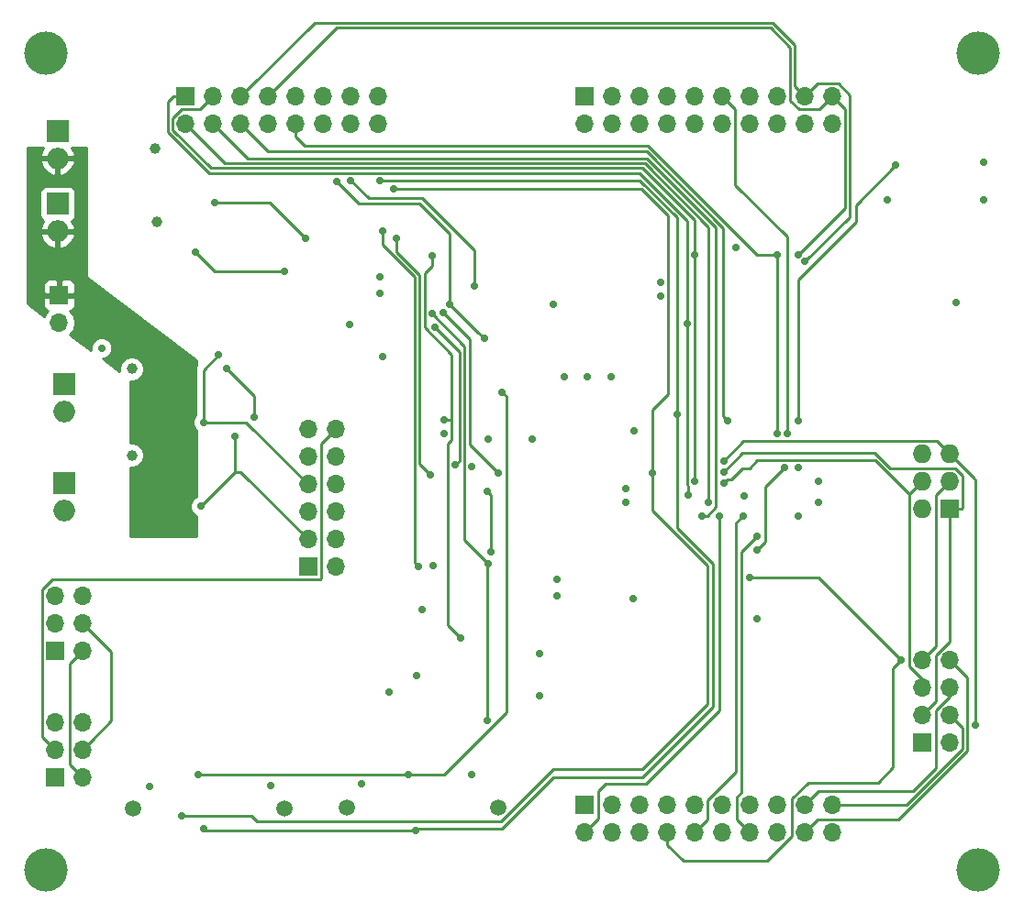
<source format=gbl>
G04 #@! TF.FileFunction,Copper,L4,Bot,Signal*
%FSLAX46Y46*%
G04 Gerber Fmt 4.6, Leading zero omitted, Abs format (unit mm)*
G04 Created by KiCad (PCBNEW 4.0.6) date Monday, August 21, 2017 'PMt' 07:03:13 PM*
%MOMM*%
%LPD*%
G01*
G04 APERTURE LIST*
%ADD10C,0.100000*%
%ADD11R,1.700000X1.700000*%
%ADD12O,1.700000X1.700000*%
%ADD13C,1.500000*%
%ADD14R,1.727200X1.727200*%
%ADD15O,1.727200X1.727200*%
%ADD16O,1.998980X1.998980*%
%ADD17R,1.998980X1.998980*%
%ADD18C,4.000000*%
%ADD19C,0.700000*%
%ADD20C,1.000000*%
%ADD21C,0.250000*%
%ADD22C,0.750000*%
%ADD23C,0.254000*%
G04 APERTURE END LIST*
D10*
D11*
X106807000Y-121158000D03*
D12*
X109347000Y-121158000D03*
X106807000Y-118618000D03*
X109347000Y-118618000D03*
X106807000Y-116078000D03*
X109347000Y-116078000D03*
D13*
X133741000Y-123952000D03*
X147691000Y-123952000D03*
D11*
X155702000Y-123698000D03*
D12*
X155702000Y-126238000D03*
X158242000Y-123698000D03*
X158242000Y-126238000D03*
X160782000Y-123698000D03*
X160782000Y-126238000D03*
X163322000Y-123698000D03*
X163322000Y-126238000D03*
X165862000Y-123698000D03*
X165862000Y-126238000D03*
X168402000Y-123698000D03*
X168402000Y-126238000D03*
X170942000Y-123698000D03*
X170942000Y-126238000D03*
X173482000Y-123698000D03*
X173482000Y-126238000D03*
X176022000Y-123698000D03*
X176022000Y-126238000D03*
X178562000Y-123698000D03*
X178562000Y-126238000D03*
D11*
X155702000Y-58293000D03*
D12*
X155702000Y-60833000D03*
X158242000Y-58293000D03*
X158242000Y-60833000D03*
X160782000Y-58293000D03*
X160782000Y-60833000D03*
X163322000Y-58293000D03*
X163322000Y-60833000D03*
X165862000Y-58293000D03*
X165862000Y-60833000D03*
X168402000Y-58293000D03*
X168402000Y-60833000D03*
X170942000Y-58293000D03*
X170942000Y-60833000D03*
X173482000Y-58293000D03*
X173482000Y-60833000D03*
X176022000Y-58293000D03*
X176022000Y-60833000D03*
X178562000Y-58293000D03*
X178562000Y-60833000D03*
D14*
X189357000Y-96393000D03*
D15*
X186817000Y-96393000D03*
X189357000Y-93853000D03*
X186817000Y-93853000D03*
X189357000Y-91313000D03*
X186817000Y-91313000D03*
D11*
X118872000Y-58293000D03*
D12*
X118872000Y-60833000D03*
X121412000Y-58293000D03*
X121412000Y-60833000D03*
X123952000Y-58293000D03*
X123952000Y-60833000D03*
X126492000Y-58293000D03*
X126492000Y-60833000D03*
X129032000Y-58293000D03*
X129032000Y-60833000D03*
X131572000Y-58293000D03*
X131572000Y-60833000D03*
X134112000Y-58293000D03*
X134112000Y-60833000D03*
X136652000Y-58293000D03*
X136652000Y-60833000D03*
D11*
X186817000Y-117983000D03*
D12*
X189357000Y-117983000D03*
X186817000Y-115443000D03*
X189357000Y-115443000D03*
X186817000Y-112903000D03*
X189357000Y-112903000D03*
X186817000Y-110363000D03*
X189357000Y-110363000D03*
D16*
X107061000Y-70739000D03*
D17*
X107061000Y-68199000D03*
D16*
X107061000Y-64008000D03*
D17*
X107061000Y-61468000D03*
D11*
X130175000Y-101727000D03*
D12*
X132715000Y-101727000D03*
X130175000Y-99187000D03*
X132715000Y-99187000D03*
X130175000Y-96647000D03*
X132715000Y-96647000D03*
X130175000Y-94107000D03*
X132715000Y-94107000D03*
X130175000Y-91567000D03*
X132715000Y-91567000D03*
X130175000Y-89027000D03*
X132715000Y-89027000D03*
D16*
X107696000Y-96520000D03*
D17*
X107696000Y-93980000D03*
D16*
X107696000Y-87376000D03*
D17*
X107696000Y-84836000D03*
D11*
X106807000Y-109474000D03*
D12*
X109347000Y-109474000D03*
X106807000Y-106934000D03*
X109347000Y-106934000D03*
X106807000Y-104394000D03*
X109347000Y-104394000D03*
D13*
X114056000Y-124079000D03*
X128006000Y-124079000D03*
D11*
X107188000Y-76644500D03*
D12*
X107188000Y-79184500D03*
D18*
X192000000Y-54300000D03*
X192000000Y-129700000D03*
X106000000Y-129700000D03*
X106000000Y-54300000D03*
D19*
X111125000Y-81534000D03*
X140208000Y-111760000D03*
X151511000Y-113665000D03*
D20*
X113919000Y-91440000D03*
X113919000Y-83439000D03*
X116205000Y-69850000D03*
X116078000Y-63119000D03*
D19*
X153174000Y-102882000D03*
X115570000Y-122047000D03*
X135128000Y-121793000D03*
X158115000Y-84201000D03*
X155956000Y-84201000D03*
X153797000Y-84201000D03*
X145288000Y-92456000D03*
X146812000Y-89916000D03*
X141732000Y-101600000D03*
X133985000Y-79375000D03*
X136779000Y-76454000D03*
X192532000Y-64389000D03*
X170387001Y-95222463D03*
X159512000Y-95758000D03*
X177292000Y-95758000D03*
X177292000Y-93853000D03*
X192532000Y-67818000D03*
X189992000Y-77343000D03*
X160147000Y-104648000D03*
X171577000Y-106553000D03*
X169672000Y-72263000D03*
X162687000Y-75438000D03*
X151511000Y-109728000D03*
X153162000Y-104394000D03*
X126746000Y-121920000D03*
X137033000Y-82296000D03*
X160274000Y-89154000D03*
X152781000Y-77470000D03*
X150876000Y-89916000D03*
X142748000Y-89408000D03*
X140716000Y-105664000D03*
X137668000Y-113284000D03*
X145288000Y-120904000D03*
X136779000Y-74930000D03*
X162687000Y-76708000D03*
X159512000Y-94488000D03*
X175387000Y-97028000D03*
X175387000Y-92583000D03*
X183642000Y-67818000D03*
X174117000Y-92583000D03*
X171577000Y-100203000D03*
X174382003Y-89408000D03*
X168148000Y-97028000D03*
X170307000Y-97028000D03*
X168529000Y-91948000D03*
X191770000Y-116332000D03*
X168529000Y-92964000D03*
X168550198Y-94020400D03*
X184912000Y-110363000D03*
X170942000Y-102743000D03*
X165186999Y-79248000D03*
X165227000Y-95123000D03*
X146685000Y-94742000D03*
X147066000Y-100340000D03*
X141889702Y-79598298D03*
X143764000Y-92329000D03*
X167132000Y-95758000D03*
X165862000Y-72898000D03*
X165862000Y-93853000D03*
X146685000Y-115951000D03*
X141605000Y-78359000D03*
X146812000Y-101473000D03*
X166497000Y-97028000D03*
X142621000Y-78232000D03*
X147720923Y-93088883D03*
X168910000Y-88265000D03*
X176023397Y-73534397D03*
X175387000Y-72898000D03*
X171577000Y-98933000D03*
X173482000Y-72898000D03*
X173482000Y-89408000D03*
X120523000Y-125897000D03*
X140081000Y-126111000D03*
X136779000Y-66033030D03*
X164211000Y-87630000D03*
X132842000Y-66167000D03*
X148082000Y-85598000D03*
X139446000Y-120904000D03*
X120015000Y-120904000D03*
X146431000Y-80645000D03*
X143256000Y-77470000D03*
X118491000Y-124714000D03*
X138049000Y-66802000D03*
X161925000Y-93091000D03*
D20*
X117856000Y-94742000D03*
X117856000Y-86487000D03*
D19*
X134112000Y-66040000D03*
X145542000Y-75819000D03*
X137033000Y-70739000D03*
X140335000Y-101727000D03*
X120269000Y-96139000D03*
X123444000Y-89662000D03*
X122682000Y-83439000D03*
X125222000Y-87884000D03*
X138303000Y-71374000D03*
X141478000Y-93218000D03*
X120523000Y-88392000D03*
X121920000Y-82169000D03*
X142748000Y-88138000D03*
X144272000Y-108331000D03*
X141605000Y-73025000D03*
X119761000Y-72644000D03*
X128016000Y-74422000D03*
X121539000Y-68072000D03*
X129921000Y-71374000D03*
X184404000Y-64643000D03*
X175387000Y-88265000D03*
D21*
X171577000Y-100203000D02*
X172327078Y-99452922D01*
X172327078Y-99452922D02*
X172327078Y-94372922D01*
X172327078Y-94372922D02*
X174117000Y-92583000D01*
X174382003Y-71258003D02*
X169577001Y-66453001D01*
X174382003Y-89408000D02*
X174382003Y-71258003D01*
X174382003Y-89408000D02*
X174382003Y-88913026D01*
X169577001Y-66453001D02*
X169577001Y-59468001D01*
X169577001Y-59468001D02*
X169251999Y-59142999D01*
X169251999Y-59142999D02*
X168402000Y-58293000D01*
X167941000Y-115189000D02*
X161337000Y-121793000D01*
X168148000Y-97028000D02*
X168148000Y-114982000D01*
X168148000Y-114982000D02*
X167941000Y-115189000D01*
X156972000Y-122428000D02*
X156972000Y-124968000D01*
X156972000Y-124968000D02*
X155702000Y-126238000D01*
X157607000Y-121793000D02*
X156972000Y-122428000D01*
X161337000Y-121793000D02*
X157607000Y-121793000D01*
X167037001Y-123323997D02*
X167037001Y-125062999D01*
X167037001Y-125062999D02*
X166711999Y-125388001D01*
X166711999Y-125388001D02*
X165862000Y-126238000D01*
X169672000Y-97663000D02*
X169672000Y-120688998D01*
X169672000Y-120688998D02*
X167037001Y-123323997D01*
X170307000Y-97028000D02*
X169672000Y-97663000D01*
X189357000Y-112903000D02*
X189357000Y-113703998D01*
X189357000Y-113703998D02*
X188087000Y-114973998D01*
X188087000Y-114973998D02*
X188087000Y-120355592D01*
X186014592Y-122428000D02*
X177292000Y-122428000D01*
X188087000Y-120355592D02*
X186014592Y-122428000D01*
X177292000Y-122428000D02*
X176022000Y-123698000D01*
X189357000Y-110363000D02*
X190982011Y-111988011D01*
X190982011Y-111988011D02*
X190982011Y-118733401D01*
X190982011Y-118733401D02*
X184652413Y-125062999D01*
X184652413Y-125062999D02*
X177197001Y-125062999D01*
X177197001Y-125062999D02*
X176871999Y-125388001D01*
X176871999Y-125388001D02*
X176022000Y-126238000D01*
X189357000Y-115443000D02*
X190532001Y-116618001D01*
X190532001Y-116618001D02*
X190532001Y-118547001D01*
X190532001Y-118547001D02*
X185381002Y-123698000D01*
X185381002Y-123698000D02*
X179764081Y-123698000D01*
X179764081Y-123698000D02*
X178562000Y-123698000D01*
X170305602Y-90124399D02*
X170434000Y-90124399D01*
X168529000Y-91948000D02*
X170352601Y-90124399D01*
X170434000Y-90124399D02*
X188168399Y-90124399D01*
X170352601Y-90124399D02*
X170434000Y-90124399D01*
X191770000Y-116332000D02*
X191770000Y-93726000D01*
X191770000Y-93726000D02*
X191657011Y-93613011D01*
X191657011Y-93613011D02*
X189357000Y-91313000D01*
X188168399Y-90124399D02*
X189357000Y-91313000D01*
X170244998Y-91248002D02*
X182471210Y-91248002D01*
X182471210Y-91248002D02*
X183887607Y-92664399D01*
X183887607Y-92664399D02*
X189927529Y-92664399D01*
X190470600Y-96393000D02*
X189357000Y-96393000D01*
X189927529Y-92664399D02*
X190545601Y-93282471D01*
X190545601Y-93282471D02*
X190545601Y-96317999D01*
X190545601Y-96317999D02*
X190470600Y-96393000D01*
X189357000Y-97506600D02*
X189357000Y-96393000D01*
X186817000Y-115443000D02*
X188087000Y-114173000D01*
X188087000Y-114173000D02*
X188087000Y-109893998D01*
X188087000Y-109893998D02*
X189357000Y-108623998D01*
X189357000Y-108623998D02*
X189357000Y-97506600D01*
X168529000Y-92964000D02*
X170244998Y-91248002D01*
X168550198Y-94020400D02*
X168900197Y-93670401D01*
X168900197Y-93670401D02*
X169219599Y-93670401D01*
X169219599Y-93670401D02*
X170266999Y-92623001D01*
X185953401Y-94716599D02*
X186817000Y-93853000D01*
X185628399Y-95041601D02*
X185953401Y-94716599D01*
X170266999Y-92623001D02*
X170901999Y-92623001D01*
X182494797Y-91907999D02*
X185628399Y-95041601D01*
X170901999Y-92623001D02*
X171617001Y-91907999D01*
X171617001Y-91907999D02*
X182494797Y-91907999D01*
X186817000Y-112903000D02*
X186817000Y-112102002D01*
X186817000Y-112102002D02*
X185628399Y-110913401D01*
X185628399Y-110913401D02*
X185628399Y-95041601D01*
X184150000Y-120269000D02*
X184150000Y-111125000D01*
X184150000Y-111125000D02*
X184912000Y-110363000D01*
X182753000Y-121666000D02*
X184150000Y-120269000D01*
X176314998Y-121666000D02*
X182753000Y-121666000D01*
X174846999Y-126612003D02*
X174846999Y-123133999D01*
X174846999Y-123133999D02*
X176314998Y-121666000D01*
X164786919Y-128905000D02*
X172554002Y-128905000D01*
X172554002Y-128905000D02*
X174846999Y-126612003D01*
X184562001Y-110712999D02*
X184912000Y-110363000D01*
X163322000Y-126238000D02*
X163322000Y-127440081D01*
X163322000Y-127440081D02*
X164786919Y-128905000D01*
X188493401Y-94716599D02*
X189357000Y-93853000D01*
X170942000Y-102743000D02*
X177292000Y-102743000D01*
X177292000Y-102743000D02*
X184912000Y-110363000D01*
X186817000Y-110363000D02*
X188087000Y-109093000D01*
X188087000Y-109093000D02*
X188087000Y-95123000D01*
X188087000Y-95123000D02*
X188493401Y-94716599D01*
X165186999Y-79248000D02*
X165186999Y-69763001D01*
X165186999Y-94177001D02*
X165186999Y-79248000D01*
X160782028Y-65358030D02*
X121021617Y-65358029D01*
X121021617Y-65358029D02*
X117246989Y-61583401D01*
X117246989Y-61583401D02*
X117246989Y-58818011D01*
X117246989Y-58818011D02*
X117772000Y-58293000D01*
X165186999Y-69763001D02*
X160782028Y-65358030D01*
X165227000Y-95123000D02*
X165227000Y-94217002D01*
X165227000Y-94217002D02*
X165186999Y-94177001D01*
X117772000Y-58293000D02*
X118872000Y-58293000D01*
X109347000Y-106934000D02*
X112014000Y-109601000D01*
X112014000Y-109601000D02*
X112014000Y-115951000D01*
X112014000Y-115951000D02*
X110196999Y-117768001D01*
X110196999Y-117768001D02*
X109347000Y-118618000D01*
X147066000Y-100340000D02*
X147066000Y-95123000D01*
X147066000Y-95123000D02*
X146685000Y-94742000D01*
X144145000Y-91948000D02*
X144145000Y-81853596D01*
X144145000Y-81853596D02*
X141889702Y-79598298D01*
X143764000Y-92329000D02*
X144145000Y-91948000D01*
X161230600Y-64458010D02*
X122497010Y-64458010D01*
X122497010Y-64458010D02*
X119721999Y-61682999D01*
X119721999Y-61682999D02*
X118872000Y-60833000D01*
X167132000Y-70359410D02*
X161230600Y-64458010D01*
X167132000Y-95758000D02*
X167132000Y-70359410D01*
X165862000Y-72898000D02*
X165862000Y-69725820D01*
X165862000Y-93853000D02*
X165862000Y-72898000D01*
X165862000Y-69725820D02*
X161044200Y-64908020D01*
X161044200Y-64908020D02*
X121208018Y-64908020D01*
X121208018Y-64908020D02*
X117696999Y-61397001D01*
X117696999Y-61397001D02*
X117696999Y-60268999D01*
X117696999Y-60268999D02*
X118497997Y-59468001D01*
X118497997Y-59468001D02*
X120236999Y-59468001D01*
X120236999Y-59468001D02*
X120562001Y-59142999D01*
X120562001Y-59142999D02*
X121412000Y-58293000D01*
X109347000Y-109474000D02*
X108171999Y-110649001D01*
X108171999Y-110649001D02*
X108171999Y-119982999D01*
X108171999Y-119982999D02*
X108497001Y-120308001D01*
X108497001Y-120308001D02*
X109347000Y-121158000D01*
X146685000Y-115951000D02*
X146685000Y-101600000D01*
X146685000Y-101600000D02*
X146812000Y-101473000D01*
X144612999Y-81366999D02*
X141605000Y-78359000D01*
X146812000Y-101473000D02*
X144612999Y-99273999D01*
X144612999Y-99273999D02*
X144612999Y-81366999D01*
X161417000Y-64008000D02*
X124587000Y-64008000D01*
X124587000Y-64008000D02*
X121412000Y-60833000D01*
X167807001Y-70398001D02*
X161417000Y-64008000D01*
X166497000Y-97028000D02*
X166991974Y-97028000D01*
X166991974Y-97028000D02*
X167807001Y-96212973D01*
X167807001Y-96212973D02*
X167807001Y-70398001D01*
X147720923Y-93088883D02*
X145063009Y-90430969D01*
X145063009Y-90430969D02*
X145063009Y-80674009D01*
X145063009Y-80674009D02*
X142621000Y-78232000D01*
X168910000Y-88265000D02*
X168482001Y-87837001D01*
X168482001Y-87837001D02*
X168482001Y-70436591D01*
X168482001Y-70436591D02*
X161418410Y-63373000D01*
X161418410Y-63373000D02*
X126492000Y-63373000D01*
X126492000Y-63373000D02*
X123952000Y-60833000D01*
X179126001Y-57117999D02*
X177197001Y-57117999D01*
X177197001Y-57117999D02*
X176871999Y-57443001D01*
X176871999Y-57443001D02*
X176022000Y-58293000D01*
X176022000Y-58293000D02*
X175107011Y-57378011D01*
X175107011Y-57378011D02*
X175107010Y-53566600D01*
X175107010Y-53566600D02*
X173033400Y-51492990D01*
X173033400Y-51492990D02*
X130752010Y-51492990D01*
X130752010Y-51492990D02*
X124801999Y-57443001D01*
X176023397Y-73534397D02*
X180147683Y-69410111D01*
X180147683Y-69410111D02*
X180187011Y-69410111D01*
X180187011Y-69410111D02*
X180187011Y-58179009D01*
X180187011Y-58179009D02*
X179126001Y-57117999D01*
X124801999Y-57443001D02*
X123952000Y-58293000D01*
X179737001Y-68587999D02*
X179697001Y-68587999D01*
X179697001Y-68587999D02*
X175387000Y-72898000D01*
X179737001Y-68587999D02*
X179737001Y-59468001D01*
X179737001Y-59468001D02*
X179411999Y-59142999D01*
X179411999Y-59142999D02*
X178562000Y-58293000D01*
X178562000Y-58293000D02*
X177386999Y-59468001D01*
X177386999Y-59468001D02*
X175457999Y-59468001D01*
X175457999Y-59468001D02*
X174657001Y-58667003D01*
X174657001Y-58667003D02*
X174657001Y-53753001D01*
X174657001Y-53753001D02*
X172847000Y-51943000D01*
X172847000Y-51943000D02*
X132842000Y-51943000D01*
X132842000Y-51943000D02*
X126492000Y-58293000D01*
X171577000Y-98933000D02*
X170122010Y-100387990D01*
X170122010Y-122612990D02*
X169766999Y-122968001D01*
X170122010Y-100387990D02*
X170122010Y-122612990D01*
X169766999Y-122968001D02*
X169766999Y-125062999D01*
X169766999Y-125062999D02*
X170092001Y-125388001D01*
X170092001Y-125388001D02*
X170942000Y-126238000D01*
X129032000Y-60833000D02*
X129032000Y-62035081D01*
X129032000Y-62035081D02*
X129861919Y-62865000D01*
X129861919Y-62865000D02*
X161546820Y-62865000D01*
X173482000Y-72898000D02*
X171579820Y-72898000D01*
X171579820Y-72898000D02*
X161546820Y-62865000D01*
X173482000Y-89408000D02*
X173482000Y-72898000D01*
X140081000Y-126111000D02*
X120737000Y-126111000D01*
X120737000Y-126111000D02*
X120523000Y-125897000D01*
X148042000Y-125897000D02*
X140295000Y-125897000D01*
X140295000Y-125897000D02*
X140081000Y-126111000D01*
X164211000Y-69469000D02*
X160775030Y-66033030D01*
X160775030Y-66033030D02*
X136779000Y-66033030D01*
X164211000Y-87630000D02*
X164211000Y-69469000D01*
X152781000Y-121158000D02*
X148042000Y-125897000D01*
X153035000Y-121158000D02*
X152781000Y-121158000D01*
X161036000Y-121158000D02*
X153035000Y-121158000D01*
X167513000Y-114681000D02*
X161036000Y-121158000D01*
X167513000Y-101473000D02*
X167513000Y-114681000D01*
X164211000Y-98171000D02*
X167513000Y-101473000D01*
X164211000Y-87630000D02*
X164211000Y-98171000D01*
X143256000Y-70993000D02*
X140404010Y-68141010D01*
X140404010Y-68141010D02*
X134816010Y-68141010D01*
X134816010Y-68141010D02*
X132842000Y-66167000D01*
X143256000Y-77470000D02*
X143256000Y-70993000D01*
X148082000Y-85598000D02*
X148463000Y-85979000D01*
X148463000Y-85979000D02*
X148463000Y-115172002D01*
X148463000Y-115172002D02*
X142731002Y-120904000D01*
X142731002Y-120904000D02*
X140843000Y-120904000D01*
X140843000Y-120904000D02*
X120015000Y-120904000D01*
X140843000Y-120904000D02*
X139446000Y-120904000D01*
X145796000Y-80010000D02*
X146431000Y-80645000D01*
X145796000Y-80010000D02*
X143256000Y-77470000D01*
X124968000Y-124714000D02*
X125476000Y-125222000D01*
X125476000Y-125222000D02*
X147955000Y-125222000D01*
X118491000Y-124714000D02*
X124968000Y-124714000D01*
X138049000Y-66802000D02*
X160907590Y-66802000D01*
X160907590Y-66802000D02*
X163362001Y-69256411D01*
X163362001Y-69256411D02*
X163362001Y-85811999D01*
X163362001Y-85811999D02*
X161925000Y-87249000D01*
X161925000Y-87249000D02*
X161925000Y-93091000D01*
X152781000Y-120396000D02*
X161036000Y-120396000D01*
X161036000Y-120396000D02*
X167005000Y-114427000D01*
X147955000Y-125222000D02*
X152781000Y-120396000D01*
X167005000Y-101601410D02*
X167005000Y-114427000D01*
X161925000Y-93091000D02*
X161925000Y-96521410D01*
X161925000Y-96521410D02*
X167005000Y-101601410D01*
D22*
X117856000Y-94742000D02*
X117221000Y-94742000D01*
X117856000Y-86487000D02*
X117221000Y-86487000D01*
D21*
X140716000Y-67691000D02*
X135763000Y-67691000D01*
X135763000Y-67691000D02*
X134112000Y-66040000D01*
X145542000Y-72517000D02*
X140716000Y-67691000D01*
X145542000Y-75819000D02*
X145542000Y-72517000D01*
X137033000Y-70739000D02*
X137033000Y-71997384D01*
X137033000Y-71997384D02*
X140011990Y-74976374D01*
X140011990Y-74976374D02*
X140011990Y-101403990D01*
X140011990Y-101403990D02*
X140335000Y-101727000D01*
X130175000Y-99187000D02*
X123952000Y-92964000D01*
X123952000Y-92964000D02*
X123444000Y-92964000D01*
X123444000Y-89662000D02*
X123444000Y-92964000D01*
X123444000Y-92964000D02*
X120269000Y-96139000D01*
X125222000Y-87884000D02*
X125222000Y-85979000D01*
X125222000Y-85979000D02*
X122682000Y-83439000D01*
X138303000Y-71374000D02*
X138303000Y-72630974D01*
X138303000Y-72630974D02*
X140462000Y-74789974D01*
X140462000Y-74789974D02*
X140462000Y-92202000D01*
X140462000Y-92202000D02*
X141478000Y-93218000D01*
X130175000Y-94107000D02*
X124460000Y-88392000D01*
X124460000Y-88392000D02*
X120523000Y-88392000D01*
X121920000Y-82169000D02*
X120523000Y-83566000D01*
X120523000Y-83566000D02*
X120523000Y-88392000D01*
X143423001Y-90002999D02*
X143423001Y-88138000D01*
X143423001Y-88138000D02*
X143423001Y-82130599D01*
X142748000Y-88138000D02*
X143423001Y-88138000D01*
X143088999Y-107150998D02*
X143091998Y-107150998D01*
X143091998Y-107150998D02*
X144272000Y-108331000D01*
X140929999Y-74589001D02*
X141605000Y-73914000D01*
X141605000Y-73914000D02*
X141605000Y-73025000D01*
X143088999Y-107150998D02*
X143088999Y-90337001D01*
X143088999Y-90337001D02*
X143423001Y-90002999D01*
X143423001Y-82130599D02*
X140929999Y-79637597D01*
X140929999Y-79637597D02*
X140929999Y-74589001D01*
X128016000Y-74422000D02*
X121539000Y-74422000D01*
X121539000Y-74422000D02*
X119761000Y-72644000D01*
X129921000Y-71374000D02*
X126619000Y-68072000D01*
X126619000Y-68072000D02*
X121539000Y-68072000D01*
X131350001Y-102837001D02*
X131285001Y-102902001D01*
X131285001Y-102902001D02*
X106559997Y-102902001D01*
X106559997Y-102902001D02*
X105631999Y-103829999D01*
X105631999Y-103829999D02*
X105631999Y-117442999D01*
X105631999Y-117442999D02*
X105957001Y-117768001D01*
X105957001Y-117768001D02*
X106807000Y-118618000D01*
X132715000Y-89027000D02*
X131350001Y-90391999D01*
X131350001Y-90391999D02*
X131350001Y-102837001D01*
X180721000Y-69850000D02*
X180721000Y-68326000D01*
X180721000Y-68326000D02*
X184404000Y-64643000D01*
X175387000Y-75184000D02*
X180721000Y-69850000D01*
X175387000Y-88265000D02*
X175387000Y-75184000D01*
D23*
G36*
X105758649Y-63029094D02*
X105737932Y-63048274D01*
X105471373Y-63627645D01*
X105590193Y-63881000D01*
X106934000Y-63881000D01*
X106934000Y-63861000D01*
X107188000Y-63861000D01*
X107188000Y-63881000D01*
X108531807Y-63881000D01*
X108650627Y-63627645D01*
X108384068Y-63048274D01*
X108362137Y-63027970D01*
X108418036Y-62992000D01*
X109728000Y-62992000D01*
X109728000Y-74930000D01*
X109738006Y-74979410D01*
X109778800Y-75031600D01*
X119888000Y-82613500D01*
X119888000Y-83174667D01*
X119820852Y-83275161D01*
X119763000Y-83566000D01*
X119763000Y-87758889D01*
X119688445Y-87833314D01*
X119538172Y-88195212D01*
X119537830Y-88587069D01*
X119687471Y-88949229D01*
X119888000Y-89150108D01*
X119888000Y-95230655D01*
X119711771Y-95303471D01*
X119434445Y-95580314D01*
X119284172Y-95942212D01*
X119283830Y-96334069D01*
X119433471Y-96696229D01*
X119710314Y-96973555D01*
X119888000Y-97047337D01*
X119888000Y-98933000D01*
X113792000Y-98933000D01*
X113792000Y-92574890D01*
X114143775Y-92575197D01*
X114561086Y-92402767D01*
X114880645Y-92083765D01*
X115053803Y-91666756D01*
X115054197Y-91215225D01*
X114881767Y-90797914D01*
X114562765Y-90478355D01*
X114145756Y-90305197D01*
X113792000Y-90304888D01*
X113792000Y-84573890D01*
X114143775Y-84574197D01*
X114561086Y-84401767D01*
X114880645Y-84082765D01*
X115053803Y-83665756D01*
X115054197Y-83214225D01*
X114881767Y-82796914D01*
X114562765Y-82477355D01*
X114145756Y-82304197D01*
X113694225Y-82303803D01*
X113276914Y-82476233D01*
X112957355Y-82795235D01*
X112784197Y-83212244D01*
X112783814Y-83651308D01*
X111239893Y-82519100D01*
X111320069Y-82519170D01*
X111682229Y-82369529D01*
X111959555Y-82092686D01*
X112109828Y-81730788D01*
X112110170Y-81338931D01*
X111960529Y-80976771D01*
X111683686Y-80699445D01*
X111321788Y-80549172D01*
X110929931Y-80548830D01*
X110567771Y-80698471D01*
X110290445Y-80975314D01*
X110140172Y-81337212D01*
X110139845Y-81712398D01*
X108192562Y-80284390D01*
X108267147Y-80234554D01*
X108589054Y-79752785D01*
X108702093Y-79184500D01*
X108589054Y-78616215D01*
X108267147Y-78134446D01*
X108223223Y-78105097D01*
X108397698Y-78032827D01*
X108576327Y-77854199D01*
X108673000Y-77620810D01*
X108673000Y-76930250D01*
X108514250Y-76771500D01*
X107315000Y-76771500D01*
X107315000Y-76791500D01*
X107061000Y-76791500D01*
X107061000Y-76771500D01*
X105861750Y-76771500D01*
X105703000Y-76930250D01*
X105703000Y-77620810D01*
X105799673Y-77854199D01*
X105978302Y-78032827D01*
X106152777Y-78105097D01*
X106108853Y-78134446D01*
X105829971Y-78551824D01*
X104267000Y-77405645D01*
X104267000Y-75668190D01*
X105703000Y-75668190D01*
X105703000Y-76358750D01*
X105861750Y-76517500D01*
X107061000Y-76517500D01*
X107061000Y-75318250D01*
X107315000Y-75318250D01*
X107315000Y-76517500D01*
X108514250Y-76517500D01*
X108673000Y-76358750D01*
X108673000Y-75668190D01*
X108576327Y-75434801D01*
X108397698Y-75256173D01*
X108164309Y-75159500D01*
X107473750Y-75159500D01*
X107315000Y-75318250D01*
X107061000Y-75318250D01*
X106902250Y-75159500D01*
X106211691Y-75159500D01*
X105978302Y-75256173D01*
X105799673Y-75434801D01*
X105703000Y-75668190D01*
X104267000Y-75668190D01*
X104267000Y-71119355D01*
X105471373Y-71119355D01*
X105737932Y-71698726D01*
X106205916Y-72131987D01*
X106680646Y-72328619D01*
X106934000Y-72209265D01*
X106934000Y-70866000D01*
X107188000Y-70866000D01*
X107188000Y-72209265D01*
X107441354Y-72328619D01*
X107916084Y-72131987D01*
X108384068Y-71698726D01*
X108650627Y-71119355D01*
X108531807Y-70866000D01*
X107188000Y-70866000D01*
X106934000Y-70866000D01*
X105590193Y-70866000D01*
X105471373Y-71119355D01*
X104267000Y-71119355D01*
X104267000Y-67199510D01*
X105414070Y-67199510D01*
X105414070Y-69198490D01*
X105458348Y-69433807D01*
X105597420Y-69649931D01*
X105758649Y-69760094D01*
X105737932Y-69779274D01*
X105471373Y-70358645D01*
X105590193Y-70612000D01*
X106934000Y-70612000D01*
X106934000Y-70592000D01*
X107188000Y-70592000D01*
X107188000Y-70612000D01*
X108531807Y-70612000D01*
X108650627Y-70358645D01*
X108384068Y-69779274D01*
X108362137Y-69758970D01*
X108511931Y-69662580D01*
X108656921Y-69450380D01*
X108707930Y-69198490D01*
X108707930Y-67199510D01*
X108663652Y-66964193D01*
X108524580Y-66748069D01*
X108312380Y-66603079D01*
X108060490Y-66552070D01*
X106061510Y-66552070D01*
X105826193Y-66596348D01*
X105610069Y-66735420D01*
X105465079Y-66947620D01*
X105414070Y-67199510D01*
X104267000Y-67199510D01*
X104267000Y-64388355D01*
X105471373Y-64388355D01*
X105737932Y-64967726D01*
X106205916Y-65400987D01*
X106680646Y-65597619D01*
X106934000Y-65478265D01*
X106934000Y-64135000D01*
X107188000Y-64135000D01*
X107188000Y-65478265D01*
X107441354Y-65597619D01*
X107916084Y-65400987D01*
X108384068Y-64967726D01*
X108650627Y-64388355D01*
X108531807Y-64135000D01*
X107188000Y-64135000D01*
X106934000Y-64135000D01*
X105590193Y-64135000D01*
X105471373Y-64388355D01*
X104267000Y-64388355D01*
X104267000Y-62992000D01*
X105704360Y-62992000D01*
X105758649Y-63029094D01*
X105758649Y-63029094D01*
G37*
X105758649Y-63029094D02*
X105737932Y-63048274D01*
X105471373Y-63627645D01*
X105590193Y-63881000D01*
X106934000Y-63881000D01*
X106934000Y-63861000D01*
X107188000Y-63861000D01*
X107188000Y-63881000D01*
X108531807Y-63881000D01*
X108650627Y-63627645D01*
X108384068Y-63048274D01*
X108362137Y-63027970D01*
X108418036Y-62992000D01*
X109728000Y-62992000D01*
X109728000Y-74930000D01*
X109738006Y-74979410D01*
X109778800Y-75031600D01*
X119888000Y-82613500D01*
X119888000Y-83174667D01*
X119820852Y-83275161D01*
X119763000Y-83566000D01*
X119763000Y-87758889D01*
X119688445Y-87833314D01*
X119538172Y-88195212D01*
X119537830Y-88587069D01*
X119687471Y-88949229D01*
X119888000Y-89150108D01*
X119888000Y-95230655D01*
X119711771Y-95303471D01*
X119434445Y-95580314D01*
X119284172Y-95942212D01*
X119283830Y-96334069D01*
X119433471Y-96696229D01*
X119710314Y-96973555D01*
X119888000Y-97047337D01*
X119888000Y-98933000D01*
X113792000Y-98933000D01*
X113792000Y-92574890D01*
X114143775Y-92575197D01*
X114561086Y-92402767D01*
X114880645Y-92083765D01*
X115053803Y-91666756D01*
X115054197Y-91215225D01*
X114881767Y-90797914D01*
X114562765Y-90478355D01*
X114145756Y-90305197D01*
X113792000Y-90304888D01*
X113792000Y-84573890D01*
X114143775Y-84574197D01*
X114561086Y-84401767D01*
X114880645Y-84082765D01*
X115053803Y-83665756D01*
X115054197Y-83214225D01*
X114881767Y-82796914D01*
X114562765Y-82477355D01*
X114145756Y-82304197D01*
X113694225Y-82303803D01*
X113276914Y-82476233D01*
X112957355Y-82795235D01*
X112784197Y-83212244D01*
X112783814Y-83651308D01*
X111239893Y-82519100D01*
X111320069Y-82519170D01*
X111682229Y-82369529D01*
X111959555Y-82092686D01*
X112109828Y-81730788D01*
X112110170Y-81338931D01*
X111960529Y-80976771D01*
X111683686Y-80699445D01*
X111321788Y-80549172D01*
X110929931Y-80548830D01*
X110567771Y-80698471D01*
X110290445Y-80975314D01*
X110140172Y-81337212D01*
X110139845Y-81712398D01*
X108192562Y-80284390D01*
X108267147Y-80234554D01*
X108589054Y-79752785D01*
X108702093Y-79184500D01*
X108589054Y-78616215D01*
X108267147Y-78134446D01*
X108223223Y-78105097D01*
X108397698Y-78032827D01*
X108576327Y-77854199D01*
X108673000Y-77620810D01*
X108673000Y-76930250D01*
X108514250Y-76771500D01*
X107315000Y-76771500D01*
X107315000Y-76791500D01*
X107061000Y-76791500D01*
X107061000Y-76771500D01*
X105861750Y-76771500D01*
X105703000Y-76930250D01*
X105703000Y-77620810D01*
X105799673Y-77854199D01*
X105978302Y-78032827D01*
X106152777Y-78105097D01*
X106108853Y-78134446D01*
X105829971Y-78551824D01*
X104267000Y-77405645D01*
X104267000Y-75668190D01*
X105703000Y-75668190D01*
X105703000Y-76358750D01*
X105861750Y-76517500D01*
X107061000Y-76517500D01*
X107061000Y-75318250D01*
X107315000Y-75318250D01*
X107315000Y-76517500D01*
X108514250Y-76517500D01*
X108673000Y-76358750D01*
X108673000Y-75668190D01*
X108576327Y-75434801D01*
X108397698Y-75256173D01*
X108164309Y-75159500D01*
X107473750Y-75159500D01*
X107315000Y-75318250D01*
X107061000Y-75318250D01*
X106902250Y-75159500D01*
X106211691Y-75159500D01*
X105978302Y-75256173D01*
X105799673Y-75434801D01*
X105703000Y-75668190D01*
X104267000Y-75668190D01*
X104267000Y-71119355D01*
X105471373Y-71119355D01*
X105737932Y-71698726D01*
X106205916Y-72131987D01*
X106680646Y-72328619D01*
X106934000Y-72209265D01*
X106934000Y-70866000D01*
X107188000Y-70866000D01*
X107188000Y-72209265D01*
X107441354Y-72328619D01*
X107916084Y-72131987D01*
X108384068Y-71698726D01*
X108650627Y-71119355D01*
X108531807Y-70866000D01*
X107188000Y-70866000D01*
X106934000Y-70866000D01*
X105590193Y-70866000D01*
X105471373Y-71119355D01*
X104267000Y-71119355D01*
X104267000Y-67199510D01*
X105414070Y-67199510D01*
X105414070Y-69198490D01*
X105458348Y-69433807D01*
X105597420Y-69649931D01*
X105758649Y-69760094D01*
X105737932Y-69779274D01*
X105471373Y-70358645D01*
X105590193Y-70612000D01*
X106934000Y-70612000D01*
X106934000Y-70592000D01*
X107188000Y-70592000D01*
X107188000Y-70612000D01*
X108531807Y-70612000D01*
X108650627Y-70358645D01*
X108384068Y-69779274D01*
X108362137Y-69758970D01*
X108511931Y-69662580D01*
X108656921Y-69450380D01*
X108707930Y-69198490D01*
X108707930Y-67199510D01*
X108663652Y-66964193D01*
X108524580Y-66748069D01*
X108312380Y-66603079D01*
X108060490Y-66552070D01*
X106061510Y-66552070D01*
X105826193Y-66596348D01*
X105610069Y-66735420D01*
X105465079Y-66947620D01*
X105414070Y-67199510D01*
X104267000Y-67199510D01*
X104267000Y-64388355D01*
X105471373Y-64388355D01*
X105737932Y-64967726D01*
X106205916Y-65400987D01*
X106680646Y-65597619D01*
X106934000Y-65478265D01*
X106934000Y-64135000D01*
X107188000Y-64135000D01*
X107188000Y-65478265D01*
X107441354Y-65597619D01*
X107916084Y-65400987D01*
X108384068Y-64967726D01*
X108650627Y-64388355D01*
X108531807Y-64135000D01*
X107188000Y-64135000D01*
X106934000Y-64135000D01*
X105590193Y-64135000D01*
X105471373Y-64388355D01*
X104267000Y-64388355D01*
X104267000Y-62992000D01*
X105704360Y-62992000D01*
X105758649Y-63029094D01*
M02*

</source>
